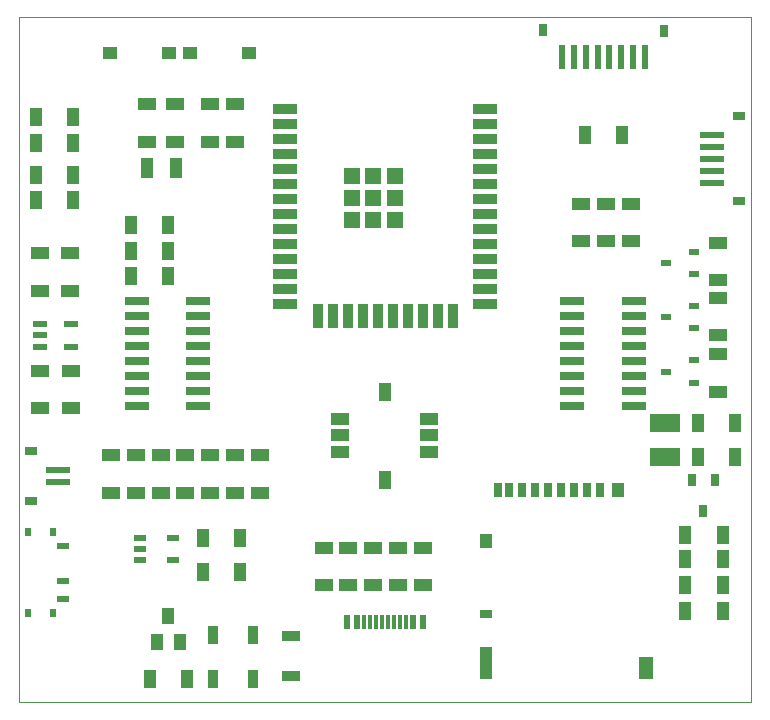
<source format=gbr>
G04 PROTEUS GERBER X2 FILE*
%TF.GenerationSoftware,Labcenter,Proteus,8.17-SP5-Build39395*%
%TF.CreationDate,2024-11-13T15:27:42+00:00*%
%TF.FileFunction,Paste,Top*%
%TF.FilePolarity,Positive*%
%TF.Part,Single*%
%TF.SameCoordinates,{0a1d241a-e0a6-4a76-8978-5e44ef8297c2}*%
%FSLAX45Y45*%
%MOMM*%
G01*
%TA.AperFunction,Material*%
%ADD95R,0.590000X1.150000*%
%ADD96R,0.300000X1.150000*%
%TA.AperFunction,Material*%
%ADD97R,0.889000X1.524000*%
%TA.AperFunction,Material*%
%ADD98R,1.092200X0.609600*%
%TA.AperFunction,Material*%
%ADD99R,2.000000X0.900000*%
%ADD100R,0.900000X2.000000*%
%ADD101R,1.330000X1.330000*%
%TA.AperFunction,Material*%
%ADD102R,2.032000X0.635000*%
%TA.AperFunction,Material*%
%ADD103R,1.524000X1.016000*%
%TA.AperFunction,Material*%
%ADD104R,1.016000X1.524000*%
%TA.AperFunction,Material*%
%ADD105R,0.700000X1.200000*%
%ADD106R,1.000000X1.200000*%
%ADD107R,1.000000X2.800000*%
%ADD108R,1.300000X1.899920*%
%ADD109R,1.000000X0.800100*%
%TA.AperFunction,Material*%
%ADD110R,1.000000X0.500000*%
%ADD111R,0.500000X0.800000*%
%TA.AperFunction,Material*%
%ADD112R,2.000000X0.600000*%
%ADD113R,1.000000X0.750000*%
%TA.AperFunction,Material*%
%ADD114R,1.000000X1.400000*%
%TA.AperFunction,Material*%
%ADD115R,1.270000X0.558800*%
%TA.AperFunction,Material*%
%ADD116R,1.250000X1.100000*%
%ADD117R,1.000000X1.800000*%
%TA.AperFunction,Material*%
%ADD118R,0.939800X0.609600*%
%ADD119R,0.700000X1.000000*%
%TA.AperFunction,Material*%
%ADD120R,2.540000X1.524000*%
%TA.AperFunction,Material*%
%ADD121R,0.600000X2.000000*%
%ADD122R,0.750000X1.000000*%
%TA.AperFunction,Material*%
%ADD123R,1.524000X0.889000*%
%TA.AperFunction,Profile*%
%ADD43C,0.101600*%
%TD.AperFunction*%
D95*
X-7220000Y+1680000D03*
X-7140000Y+1680000D03*
D96*
X-7025000Y+1680000D03*
X-6925000Y+1680000D03*
X-6875000Y+1680000D03*
X-6775000Y+1680000D03*
D95*
X-6580000Y+1680000D03*
X-6660000Y+1680000D03*
D96*
X-6724994Y+1680000D03*
X-6825000Y+1680000D03*
X-6975000Y+1680000D03*
X-7075006Y+1680000D03*
D97*
X-8018875Y+1570000D03*
X-8358875Y+1570000D03*
D98*
X-8975612Y+2391008D03*
X-8975612Y+2296008D03*
X-8975612Y+2201008D03*
X-8695612Y+2201008D03*
X-8695612Y+2391008D03*
D99*
X-7750000Y+6020000D03*
X-7750000Y+5893000D03*
X-7750000Y+5766000D03*
X-7750000Y+5639000D03*
X-7750000Y+5512000D03*
X-7750000Y+5385000D03*
X-7750000Y+5258000D03*
X-7750000Y+5131000D03*
X-7750000Y+5004000D03*
X-7750000Y+4877000D03*
X-7750000Y+4750000D03*
X-7750000Y+4623000D03*
X-7750000Y+4496000D03*
X-7750000Y+4369000D03*
D100*
X-7471500Y+4269000D03*
X-7344500Y+4269000D03*
X-7217500Y+4269000D03*
X-7090500Y+4269000D03*
X-6963500Y+4269000D03*
X-6836500Y+4269000D03*
X-6709500Y+4269000D03*
X-6582500Y+4269000D03*
X-6455500Y+4269000D03*
X-6328500Y+4269000D03*
D99*
X-6050000Y+4369000D03*
X-6050000Y+4496000D03*
X-6050000Y+4623000D03*
X-6050000Y+4750000D03*
X-6050000Y+4877000D03*
X-6050000Y+5004000D03*
X-6050000Y+5131000D03*
X-6050000Y+5258000D03*
X-6050000Y+5385000D03*
X-6050000Y+5512000D03*
X-6050000Y+5639000D03*
X-6050000Y+5766000D03*
X-6050000Y+5893000D03*
X-6050000Y+6020000D03*
D101*
X-7183000Y+5454000D03*
X-7000000Y+5454000D03*
X-6817000Y+5454000D03*
X-7183000Y+5270000D03*
X-7000000Y+5270000D03*
X-6817000Y+5270000D03*
X-7183000Y+5087000D03*
X-7000000Y+5087000D03*
X-6817000Y+5087000D03*
D102*
X-5315350Y+4395000D03*
X-5315350Y+4268000D03*
X-5315350Y+4141000D03*
X-5315350Y+4014000D03*
X-5315350Y+3887000D03*
X-5315350Y+3760000D03*
X-5315350Y+3633000D03*
X-5315350Y+3506000D03*
X-4794650Y+3506000D03*
X-4794650Y+3633000D03*
X-4794650Y+3760000D03*
X-4794650Y+3887000D03*
X-4794650Y+4014000D03*
X-4794650Y+4141000D03*
X-4794650Y+4268000D03*
X-4794650Y+4395000D03*
D103*
X-6790000Y+1991170D03*
X-6790000Y+2306130D03*
X-7000000Y+1991170D03*
X-7000000Y+2306130D03*
X-5030000Y+4907520D03*
X-5030000Y+5222480D03*
X-5240000Y+4907520D03*
X-5240000Y+5222480D03*
X-7280000Y+3400000D03*
X-7280000Y+3260000D03*
X-7280000Y+3120000D03*
X-6530000Y+3400000D03*
X-6530000Y+3260000D03*
X-6530000Y+3120000D03*
D104*
X-6900000Y+3630000D03*
X-6900000Y+2880000D03*
D105*
X-5083000Y+2798000D03*
X-5193000Y+2798000D03*
X-5302000Y+2798000D03*
X-5413000Y+2798000D03*
X-5523000Y+2798000D03*
X-5632000Y+2798000D03*
X-5742000Y+2798000D03*
X-5852506Y+2798000D03*
D106*
X-6042498Y+2368000D03*
D107*
X-6042498Y+1332488D03*
D108*
X-4692488Y+1288000D03*
D106*
X-4927000Y+2798000D03*
D109*
X-6042498Y+1747000D03*
D105*
X-5947502Y+2798000D03*
D103*
X-6580000Y+1991170D03*
X-6580000Y+2306130D03*
X-7210000Y+1991170D03*
X-7210000Y+2306130D03*
D110*
X-9629120Y+2325000D03*
X-9629120Y+2025000D03*
X-9629120Y+1875000D03*
D111*
X-9709120Y+1755000D03*
X-9919120Y+1755000D03*
X-9919120Y+2445000D03*
X-9709120Y+2445000D03*
D112*
X-9671600Y+2863940D03*
D113*
X-9901600Y+2703940D03*
X-9901600Y+3123940D03*
D112*
X-9671600Y+2963940D03*
D114*
X-8829384Y+1513834D03*
X-8639392Y+1513834D03*
X-8734388Y+1733834D03*
D97*
X-8018875Y+1200000D03*
X-8358875Y+1200000D03*
D104*
X-8576908Y+1200000D03*
X-8891868Y+1200000D03*
X-8445842Y+2101008D03*
X-8130882Y+2101008D03*
X-8445842Y+2391008D03*
X-8130882Y+2391008D03*
D115*
X-9820000Y+4199020D03*
X-9820000Y+4105040D03*
X-9820000Y+4011060D03*
X-9560920Y+4011060D03*
X-9560920Y+4199020D03*
D103*
X-9561840Y+3807205D03*
X-9561840Y+3492245D03*
X-9570000Y+4485040D03*
X-9570000Y+4800000D03*
X-9820000Y+4485040D03*
X-9820000Y+4800000D03*
X-9820920Y+3807205D03*
X-9820920Y+3492245D03*
D102*
X-8480000Y+3510000D03*
X-8480000Y+3637000D03*
X-8480000Y+3764000D03*
X-8480000Y+3891000D03*
X-8480000Y+4018000D03*
X-8480000Y+4145000D03*
X-8480000Y+4272000D03*
X-8480000Y+4399000D03*
X-9000700Y+4399000D03*
X-9000700Y+4272000D03*
X-9000700Y+4145000D03*
X-9000700Y+4018000D03*
X-9000700Y+3891000D03*
X-9000700Y+3764000D03*
X-9000700Y+3637000D03*
X-9000700Y+3510000D03*
D103*
X-8590000Y+2775660D03*
X-8590000Y+3090620D03*
X-8380000Y+2775660D03*
X-8380000Y+3090620D03*
X-8170000Y+2775660D03*
X-8170000Y+3090620D03*
X-7960000Y+2775660D03*
X-7960000Y+3090620D03*
X-9010000Y+2775660D03*
X-9010000Y+3090620D03*
X-8800000Y+2775660D03*
X-8800000Y+3090620D03*
X-9220000Y+3090620D03*
X-9220000Y+2775660D03*
D104*
X-8735040Y+4820000D03*
X-9050000Y+4820000D03*
X-8735040Y+4610000D03*
X-9050000Y+4610000D03*
X-8735040Y+5040000D03*
X-9050000Y+5040000D03*
D103*
X-8170000Y+6062480D03*
X-8170000Y+5747520D03*
X-8385000Y+6062480D03*
X-8385000Y+5747520D03*
D104*
X-9857480Y+5250000D03*
X-9542520Y+5250000D03*
X-9542520Y+5460000D03*
X-9857480Y+5460000D03*
D116*
X-8730000Y+6500000D03*
X-9230000Y+6500000D03*
D104*
X-9857480Y+5953940D03*
X-9542520Y+5953940D03*
X-9542520Y+5738940D03*
X-9857480Y+5738940D03*
D116*
X-8550000Y+6500000D03*
X-8050000Y+6500000D03*
D104*
X-4357480Y+1770000D03*
X-4042520Y+1770000D03*
X-4357480Y+1990000D03*
X-4042520Y+1990000D03*
D117*
X-8920000Y+5520000D03*
X-8670000Y+5520000D03*
D103*
X-8675000Y+5747520D03*
X-8675000Y+6062480D03*
X-8915000Y+5747520D03*
X-8915000Y+6062480D03*
D118*
X-4287484Y+3705000D03*
X-4287484Y+3895000D03*
X-4517484Y+3800000D03*
X-4287484Y+4165000D03*
X-4287484Y+4355000D03*
X-4517484Y+4260000D03*
X-4287484Y+4625000D03*
X-4287484Y+4815000D03*
X-4517484Y+4720000D03*
D103*
X-4077484Y+3945040D03*
X-4077484Y+3630080D03*
X-4077484Y+4420040D03*
X-4077484Y+4105080D03*
X-4077484Y+4890080D03*
X-4077484Y+4575120D03*
D119*
X-4110000Y+2880000D03*
X-4299992Y+2880000D03*
X-4204996Y+2620000D03*
D104*
X-4357480Y+2210000D03*
X-4042520Y+2210000D03*
X-4042520Y+2420000D03*
X-4357480Y+2420000D03*
X-4890000Y+5800000D03*
X-5204960Y+5800000D03*
D103*
X-4820000Y+4907520D03*
X-4820000Y+5222480D03*
D120*
X-4530000Y+3360000D03*
X-4530000Y+3080000D03*
D104*
X-4250000Y+3360000D03*
X-3935040Y+3360000D03*
X-4250000Y+3080000D03*
X-3935040Y+3080000D03*
D121*
X-5400000Y+6464120D03*
X-5300000Y+6464120D03*
X-5200000Y+6464120D03*
X-5100000Y+6464120D03*
X-5000000Y+6464120D03*
X-4900000Y+6464120D03*
X-4800000Y+6464120D03*
X-4700000Y+6464120D03*
D122*
X-5560000Y+6694120D03*
X-4540000Y+6684120D03*
D123*
X-7700000Y+1560000D03*
X-7700000Y+1220000D03*
D103*
X-7420000Y+1990000D03*
X-7420000Y+2304960D03*
D112*
X-4130000Y+5800000D03*
X-4130000Y+5700000D03*
X-4130000Y+5600000D03*
X-4130000Y+5500000D03*
X-4130000Y+5400000D03*
D113*
X-3900000Y+5960000D03*
X-3900000Y+5240000D03*
D43*
X-10000000Y+1000000D02*
X-3800000Y+1000000D01*
X-3800000Y+6800000D01*
X-10000000Y+6800000D01*
X-10000000Y+1000000D01*
M02*

</source>
